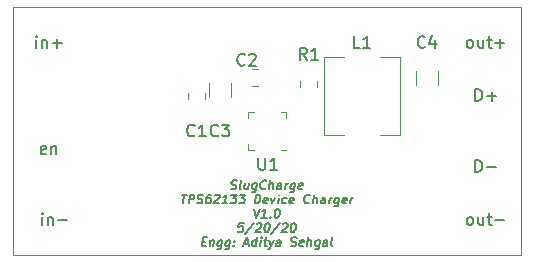
<source format=gbr>
%TF.GenerationSoftware,KiCad,Pcbnew,(5.99.0-1662-g9db296991)*%
%TF.CreationDate,2020-05-29T20:42:40+05:30*%
%TF.ProjectId,TPS62133,54505336-3231-4333-932e-6b696361645f,rev?*%
%TF.SameCoordinates,Original*%
%TF.FileFunction,Legend,Top*%
%TF.FilePolarity,Positive*%
%FSLAX46Y46*%
G04 Gerber Fmt 4.6, Leading zero omitted, Abs format (unit mm)*
G04 Created by KiCad (PCBNEW (5.99.0-1662-g9db296991)) date 2020-05-29 20:42:40*
%MOMM*%
%LPD*%
G01*
G04 APERTURE LIST*
%ADD10C,0.150000*%
%ADD11C,0.120000*%
G04 APERTURE END LIST*
D10*
X28897745Y-25888571D02*
X29000424Y-25924285D01*
X29178995Y-25924285D01*
X29254888Y-25888571D01*
X29295066Y-25852857D01*
X29339709Y-25781428D01*
X29348638Y-25710000D01*
X29321852Y-25638571D01*
X29290602Y-25602857D01*
X29223638Y-25567142D01*
X29085245Y-25531428D01*
X29018281Y-25495714D01*
X28987031Y-25460000D01*
X28960245Y-25388571D01*
X28969174Y-25317142D01*
X29013816Y-25245714D01*
X29053995Y-25210000D01*
X29129888Y-25174285D01*
X29308459Y-25174285D01*
X29411138Y-25210000D01*
X29750424Y-25924285D02*
X29683459Y-25888571D01*
X29656674Y-25817142D01*
X29737031Y-25174285D01*
X30420066Y-25424285D02*
X30357566Y-25924285D01*
X30098638Y-25424285D02*
X30049531Y-25817142D01*
X30076316Y-25888571D01*
X30143281Y-25924285D01*
X30250424Y-25924285D01*
X30326316Y-25888571D01*
X30366495Y-25852857D01*
X31098638Y-25424285D02*
X31022745Y-26031428D01*
X30978102Y-26102857D01*
X30937924Y-26138571D01*
X30862031Y-26174285D01*
X30754888Y-26174285D01*
X30687924Y-26138571D01*
X31040602Y-25888571D02*
X30964709Y-25924285D01*
X30821852Y-25924285D01*
X30754888Y-25888571D01*
X30723638Y-25852857D01*
X30696852Y-25781428D01*
X30723638Y-25567142D01*
X30768281Y-25495714D01*
X30808459Y-25460000D01*
X30884352Y-25424285D01*
X31027209Y-25424285D01*
X31094174Y-25460000D01*
X31830781Y-25852857D02*
X31790602Y-25888571D01*
X31678995Y-25924285D01*
X31607566Y-25924285D01*
X31504888Y-25888571D01*
X31442388Y-25817142D01*
X31415602Y-25745714D01*
X31397745Y-25602857D01*
X31411138Y-25495714D01*
X31464709Y-25352857D01*
X31509352Y-25281428D01*
X31589709Y-25210000D01*
X31701316Y-25174285D01*
X31772745Y-25174285D01*
X31875424Y-25210000D01*
X31906674Y-25245714D01*
X32143281Y-25924285D02*
X32237031Y-25174285D01*
X32464709Y-25924285D02*
X32513816Y-25531428D01*
X32487031Y-25460000D01*
X32420066Y-25424285D01*
X32312924Y-25424285D01*
X32237031Y-25460000D01*
X32196852Y-25495714D01*
X33143281Y-25924285D02*
X33192388Y-25531428D01*
X33165602Y-25460000D01*
X33098638Y-25424285D01*
X32955781Y-25424285D01*
X32879888Y-25460000D01*
X33147745Y-25888571D02*
X33071852Y-25924285D01*
X32893281Y-25924285D01*
X32826316Y-25888571D01*
X32799531Y-25817142D01*
X32808459Y-25745714D01*
X32853102Y-25674285D01*
X32928995Y-25638571D01*
X33107566Y-25638571D01*
X33183459Y-25602857D01*
X33500424Y-25924285D02*
X33562924Y-25424285D01*
X33545066Y-25567142D02*
X33589709Y-25495714D01*
X33629888Y-25460000D01*
X33705781Y-25424285D01*
X33777209Y-25424285D01*
X34348638Y-25424285D02*
X34272745Y-26031428D01*
X34228102Y-26102857D01*
X34187924Y-26138571D01*
X34112031Y-26174285D01*
X34004888Y-26174285D01*
X33937924Y-26138571D01*
X34290602Y-25888571D02*
X34214709Y-25924285D01*
X34071852Y-25924285D01*
X34004888Y-25888571D01*
X33973638Y-25852857D01*
X33946852Y-25781428D01*
X33973638Y-25567142D01*
X34018281Y-25495714D01*
X34058459Y-25460000D01*
X34134352Y-25424285D01*
X34277209Y-25424285D01*
X34344174Y-25460000D01*
X34933459Y-25888571D02*
X34857566Y-25924285D01*
X34714709Y-25924285D01*
X34647745Y-25888571D01*
X34620959Y-25817142D01*
X34656674Y-25531428D01*
X34701316Y-25460000D01*
X34777209Y-25424285D01*
X34920066Y-25424285D01*
X34987031Y-25460000D01*
X35013816Y-25531428D01*
X35004888Y-25602857D01*
X34638816Y-25674285D01*
X24737031Y-26381785D02*
X25165602Y-26381785D01*
X24857566Y-27131785D02*
X24951316Y-26381785D01*
X25321852Y-27131785D02*
X25415602Y-26381785D01*
X25701316Y-26381785D01*
X25768281Y-26417500D01*
X25799531Y-26453214D01*
X25826316Y-26524642D01*
X25812924Y-26631785D01*
X25768281Y-26703214D01*
X25728102Y-26738928D01*
X25652209Y-26774642D01*
X25366495Y-26774642D01*
X26040602Y-27096071D02*
X26143281Y-27131785D01*
X26321852Y-27131785D01*
X26397745Y-27096071D01*
X26437924Y-27060357D01*
X26482566Y-26988928D01*
X26491495Y-26917500D01*
X26464709Y-26846071D01*
X26433459Y-26810357D01*
X26366495Y-26774642D01*
X26228102Y-26738928D01*
X26161138Y-26703214D01*
X26129888Y-26667500D01*
X26103102Y-26596071D01*
X26112031Y-26524642D01*
X26156674Y-26453214D01*
X26196852Y-26417500D01*
X26272745Y-26381785D01*
X26451316Y-26381785D01*
X26553995Y-26417500D01*
X27201316Y-26381785D02*
X27058459Y-26381785D01*
X26982566Y-26417500D01*
X26942388Y-26453214D01*
X26857566Y-26560357D01*
X26803995Y-26703214D01*
X26768281Y-26988928D01*
X26795066Y-27060357D01*
X26826316Y-27096071D01*
X26893281Y-27131785D01*
X27036138Y-27131785D01*
X27112031Y-27096071D01*
X27152209Y-27060357D01*
X27196852Y-26988928D01*
X27219174Y-26810357D01*
X27192388Y-26738928D01*
X27161138Y-26703214D01*
X27094174Y-26667500D01*
X26951316Y-26667500D01*
X26875424Y-26703214D01*
X26835245Y-26738928D01*
X26790602Y-26810357D01*
X27549531Y-26453214D02*
X27589709Y-26417500D01*
X27665602Y-26381785D01*
X27844174Y-26381785D01*
X27911138Y-26417500D01*
X27942388Y-26453214D01*
X27969174Y-26524642D01*
X27960245Y-26596071D01*
X27911138Y-26703214D01*
X27428995Y-27131785D01*
X27893281Y-27131785D01*
X28607566Y-27131785D02*
X28178995Y-27131785D01*
X28393281Y-27131785D02*
X28487031Y-26381785D01*
X28402209Y-26488928D01*
X28321852Y-26560357D01*
X28245959Y-26596071D01*
X28951316Y-26381785D02*
X29415602Y-26381785D01*
X29129888Y-26667500D01*
X29237031Y-26667500D01*
X29303995Y-26703214D01*
X29335245Y-26738928D01*
X29362031Y-26810357D01*
X29339709Y-26988928D01*
X29295066Y-27060357D01*
X29254888Y-27096071D01*
X29178995Y-27131785D01*
X28964709Y-27131785D01*
X28897745Y-27096071D01*
X28866495Y-27060357D01*
X29665602Y-26381785D02*
X30129888Y-26381785D01*
X29844174Y-26667500D01*
X29951316Y-26667500D01*
X30018281Y-26703214D01*
X30049531Y-26738928D01*
X30076316Y-26810357D01*
X30053995Y-26988928D01*
X30009352Y-27060357D01*
X29969174Y-27096071D01*
X29893281Y-27131785D01*
X29678995Y-27131785D01*
X29612031Y-27096071D01*
X29580781Y-27060357D01*
X30928995Y-27131785D02*
X31022745Y-26381785D01*
X31201316Y-26381785D01*
X31303995Y-26417500D01*
X31366495Y-26488928D01*
X31393281Y-26560357D01*
X31411138Y-26703214D01*
X31397745Y-26810357D01*
X31344174Y-26953214D01*
X31299531Y-27024642D01*
X31219174Y-27096071D01*
X31107566Y-27131785D01*
X30928995Y-27131785D01*
X31969174Y-27096071D02*
X31893281Y-27131785D01*
X31750424Y-27131785D01*
X31683459Y-27096071D01*
X31656674Y-27024642D01*
X31692388Y-26738928D01*
X31737031Y-26667500D01*
X31812924Y-26631785D01*
X31955781Y-26631785D01*
X32022745Y-26667500D01*
X32049531Y-26738928D01*
X32040602Y-26810357D01*
X31674531Y-26881785D01*
X32312924Y-26631785D02*
X32428995Y-27131785D01*
X32670066Y-26631785D01*
X32893281Y-27131785D02*
X32955781Y-26631785D01*
X32987031Y-26381785D02*
X32946852Y-26417500D01*
X32978102Y-26453214D01*
X33018281Y-26417500D01*
X32987031Y-26381785D01*
X32978102Y-26453214D01*
X33576316Y-27096071D02*
X33500424Y-27131785D01*
X33357566Y-27131785D01*
X33290602Y-27096071D01*
X33259352Y-27060357D01*
X33232566Y-26988928D01*
X33259352Y-26774642D01*
X33303995Y-26703214D01*
X33344174Y-26667500D01*
X33420066Y-26631785D01*
X33562924Y-26631785D01*
X33629888Y-26667500D01*
X34183459Y-27096071D02*
X34107566Y-27131785D01*
X33964709Y-27131785D01*
X33897745Y-27096071D01*
X33870959Y-27024642D01*
X33906674Y-26738928D01*
X33951316Y-26667500D01*
X34027209Y-26631785D01*
X34170066Y-26631785D01*
X34237031Y-26667500D01*
X34263816Y-26738928D01*
X34254888Y-26810357D01*
X33888816Y-26881785D01*
X35545066Y-27060357D02*
X35504888Y-27096071D01*
X35393281Y-27131785D01*
X35321852Y-27131785D01*
X35219174Y-27096071D01*
X35156674Y-27024642D01*
X35129888Y-26953214D01*
X35112031Y-26810357D01*
X35125424Y-26703214D01*
X35178995Y-26560357D01*
X35223638Y-26488928D01*
X35303995Y-26417500D01*
X35415602Y-26381785D01*
X35487031Y-26381785D01*
X35589709Y-26417500D01*
X35620959Y-26453214D01*
X35857566Y-27131785D02*
X35951316Y-26381785D01*
X36178995Y-27131785D02*
X36228102Y-26738928D01*
X36201316Y-26667500D01*
X36134352Y-26631785D01*
X36027209Y-26631785D01*
X35951316Y-26667500D01*
X35911138Y-26703214D01*
X36857566Y-27131785D02*
X36906674Y-26738928D01*
X36879888Y-26667500D01*
X36812924Y-26631785D01*
X36670066Y-26631785D01*
X36594174Y-26667500D01*
X36862031Y-27096071D02*
X36786138Y-27131785D01*
X36607566Y-27131785D01*
X36540602Y-27096071D01*
X36513816Y-27024642D01*
X36522745Y-26953214D01*
X36567388Y-26881785D01*
X36643281Y-26846071D01*
X36821852Y-26846071D01*
X36897745Y-26810357D01*
X37214709Y-27131785D02*
X37277209Y-26631785D01*
X37259352Y-26774642D02*
X37303995Y-26703214D01*
X37344174Y-26667500D01*
X37420066Y-26631785D01*
X37491495Y-26631785D01*
X38062924Y-26631785D02*
X37987031Y-27238928D01*
X37942388Y-27310357D01*
X37902209Y-27346071D01*
X37826316Y-27381785D01*
X37719174Y-27381785D01*
X37652209Y-27346071D01*
X38004888Y-27096071D02*
X37928995Y-27131785D01*
X37786138Y-27131785D01*
X37719174Y-27096071D01*
X37687924Y-27060357D01*
X37661138Y-26988928D01*
X37687924Y-26774642D01*
X37732566Y-26703214D01*
X37772745Y-26667500D01*
X37848638Y-26631785D01*
X37991495Y-26631785D01*
X38058459Y-26667500D01*
X38647745Y-27096071D02*
X38571852Y-27131785D01*
X38428995Y-27131785D01*
X38362031Y-27096071D01*
X38335245Y-27024642D01*
X38370959Y-26738928D01*
X38415602Y-26667500D01*
X38491495Y-26631785D01*
X38634352Y-26631785D01*
X38701316Y-26667500D01*
X38728102Y-26738928D01*
X38719174Y-26810357D01*
X38353102Y-26881785D01*
X39000424Y-27131785D02*
X39062924Y-26631785D01*
X39045066Y-26774642D02*
X39089709Y-26703214D01*
X39129888Y-26667500D01*
X39205781Y-26631785D01*
X39277209Y-26631785D01*
X30879888Y-27589285D02*
X31036138Y-28339285D01*
X31379888Y-27589285D01*
X31928995Y-28339285D02*
X31500424Y-28339285D01*
X31714709Y-28339285D02*
X31808459Y-27589285D01*
X31723638Y-27696428D01*
X31643281Y-27767857D01*
X31567388Y-27803571D01*
X32259352Y-28267857D02*
X32290602Y-28303571D01*
X32250424Y-28339285D01*
X32219174Y-28303571D01*
X32259352Y-28267857D01*
X32250424Y-28339285D01*
X32844174Y-27589285D02*
X32915602Y-27589285D01*
X32982566Y-27625000D01*
X33013816Y-27660714D01*
X33040602Y-27732142D01*
X33058459Y-27875000D01*
X33036138Y-28053571D01*
X32982566Y-28196428D01*
X32937924Y-28267857D01*
X32897745Y-28303571D01*
X32821852Y-28339285D01*
X32750424Y-28339285D01*
X32683459Y-28303571D01*
X32652209Y-28267857D01*
X32625424Y-28196428D01*
X32607566Y-28053571D01*
X32629888Y-27875000D01*
X32683459Y-27732142D01*
X32728102Y-27660714D01*
X32768281Y-27625000D01*
X32844174Y-27589285D01*
X29987031Y-28796785D02*
X29629888Y-28796785D01*
X29549531Y-29153928D01*
X29589709Y-29118214D01*
X29665602Y-29082500D01*
X29844174Y-29082500D01*
X29911138Y-29118214D01*
X29942388Y-29153928D01*
X29969174Y-29225357D01*
X29946852Y-29403928D01*
X29902209Y-29475357D01*
X29862031Y-29511071D01*
X29786138Y-29546785D01*
X29607566Y-29546785D01*
X29540602Y-29511071D01*
X29509352Y-29475357D01*
X30884352Y-28761071D02*
X30120959Y-29725357D01*
X31085245Y-28868214D02*
X31125424Y-28832500D01*
X31201316Y-28796785D01*
X31379888Y-28796785D01*
X31446852Y-28832500D01*
X31478102Y-28868214D01*
X31504888Y-28939642D01*
X31495959Y-29011071D01*
X31446852Y-29118214D01*
X30964709Y-29546785D01*
X31428995Y-29546785D01*
X31987031Y-28796785D02*
X32058459Y-28796785D01*
X32125424Y-28832500D01*
X32156674Y-28868214D01*
X32183459Y-28939642D01*
X32201316Y-29082500D01*
X32178995Y-29261071D01*
X32125424Y-29403928D01*
X32080781Y-29475357D01*
X32040602Y-29511071D01*
X31964709Y-29546785D01*
X31893281Y-29546785D01*
X31826316Y-29511071D01*
X31795066Y-29475357D01*
X31768281Y-29403928D01*
X31750424Y-29261071D01*
X31772745Y-29082500D01*
X31826316Y-28939642D01*
X31870959Y-28868214D01*
X31911138Y-28832500D01*
X31987031Y-28796785D01*
X33098638Y-28761071D02*
X32335245Y-29725357D01*
X33299531Y-28868214D02*
X33339709Y-28832500D01*
X33415602Y-28796785D01*
X33594174Y-28796785D01*
X33661138Y-28832500D01*
X33692388Y-28868214D01*
X33719174Y-28939642D01*
X33710245Y-29011071D01*
X33661138Y-29118214D01*
X33178995Y-29546785D01*
X33643281Y-29546785D01*
X34201316Y-28796785D02*
X34272745Y-28796785D01*
X34339709Y-28832500D01*
X34370959Y-28868214D01*
X34397745Y-28939642D01*
X34415602Y-29082500D01*
X34393281Y-29261071D01*
X34339709Y-29403928D01*
X34295066Y-29475357D01*
X34254888Y-29511071D01*
X34178995Y-29546785D01*
X34107566Y-29546785D01*
X34040602Y-29511071D01*
X34009352Y-29475357D01*
X33982566Y-29403928D01*
X33964709Y-29261071D01*
X33987031Y-29082500D01*
X34040602Y-28939642D01*
X34085245Y-28868214D01*
X34125424Y-28832500D01*
X34201316Y-28796785D01*
X26478102Y-30361428D02*
X26728102Y-30361428D01*
X26786138Y-30754285D02*
X26428995Y-30754285D01*
X26522745Y-30004285D01*
X26879888Y-30004285D01*
X27170066Y-30254285D02*
X27107566Y-30754285D01*
X27161138Y-30325714D02*
X27201316Y-30290000D01*
X27277209Y-30254285D01*
X27384352Y-30254285D01*
X27451316Y-30290000D01*
X27478102Y-30361428D01*
X27428995Y-30754285D01*
X28170066Y-30254285D02*
X28094174Y-30861428D01*
X28049531Y-30932857D01*
X28009352Y-30968571D01*
X27933459Y-31004285D01*
X27826316Y-31004285D01*
X27759352Y-30968571D01*
X28112031Y-30718571D02*
X28036138Y-30754285D01*
X27893281Y-30754285D01*
X27826316Y-30718571D01*
X27795066Y-30682857D01*
X27768281Y-30611428D01*
X27795066Y-30397142D01*
X27839709Y-30325714D01*
X27879888Y-30290000D01*
X27955781Y-30254285D01*
X28098638Y-30254285D01*
X28165602Y-30290000D01*
X28848638Y-30254285D02*
X28772745Y-30861428D01*
X28728102Y-30932857D01*
X28687924Y-30968571D01*
X28612031Y-31004285D01*
X28504888Y-31004285D01*
X28437924Y-30968571D01*
X28790602Y-30718571D02*
X28714709Y-30754285D01*
X28571852Y-30754285D01*
X28504888Y-30718571D01*
X28473638Y-30682857D01*
X28446852Y-30611428D01*
X28473638Y-30397142D01*
X28518281Y-30325714D01*
X28558459Y-30290000D01*
X28634352Y-30254285D01*
X28777209Y-30254285D01*
X28844174Y-30290000D01*
X29152209Y-30682857D02*
X29183459Y-30718571D01*
X29143281Y-30754285D01*
X29112031Y-30718571D01*
X29152209Y-30682857D01*
X29143281Y-30754285D01*
X29201316Y-30290000D02*
X29232566Y-30325714D01*
X29192388Y-30361428D01*
X29161138Y-30325714D01*
X29201316Y-30290000D01*
X29192388Y-30361428D01*
X30062924Y-30540000D02*
X30420066Y-30540000D01*
X29964709Y-30754285D02*
X30308459Y-30004285D01*
X30464709Y-30754285D01*
X31036138Y-30754285D02*
X31129888Y-30004285D01*
X31040602Y-30718571D02*
X30964709Y-30754285D01*
X30821852Y-30754285D01*
X30754888Y-30718571D01*
X30723638Y-30682857D01*
X30696852Y-30611428D01*
X30723638Y-30397142D01*
X30768281Y-30325714D01*
X30808459Y-30290000D01*
X30884352Y-30254285D01*
X31027209Y-30254285D01*
X31094174Y-30290000D01*
X31393281Y-30754285D02*
X31455781Y-30254285D01*
X31487031Y-30004285D02*
X31446852Y-30040000D01*
X31478102Y-30075714D01*
X31518281Y-30040000D01*
X31487031Y-30004285D01*
X31478102Y-30075714D01*
X31705781Y-30254285D02*
X31991495Y-30254285D01*
X31844174Y-30004285D02*
X31763816Y-30647142D01*
X31790602Y-30718571D01*
X31857566Y-30754285D01*
X31928995Y-30754285D01*
X32170066Y-30254285D02*
X32286138Y-30754285D01*
X32527209Y-30254285D02*
X32286138Y-30754285D01*
X32192388Y-30932857D01*
X32152209Y-30968571D01*
X32076316Y-31004285D01*
X33071852Y-30754285D02*
X33120959Y-30361428D01*
X33094174Y-30290000D01*
X33027209Y-30254285D01*
X32884352Y-30254285D01*
X32808459Y-30290000D01*
X33076316Y-30718571D02*
X33000424Y-30754285D01*
X32821852Y-30754285D01*
X32754888Y-30718571D01*
X32728102Y-30647142D01*
X32737031Y-30575714D01*
X32781674Y-30504285D01*
X32857566Y-30468571D01*
X33036138Y-30468571D01*
X33112031Y-30432857D01*
X33969174Y-30718571D02*
X34071852Y-30754285D01*
X34250424Y-30754285D01*
X34326316Y-30718571D01*
X34366495Y-30682857D01*
X34411138Y-30611428D01*
X34420066Y-30540000D01*
X34393281Y-30468571D01*
X34362031Y-30432857D01*
X34295066Y-30397142D01*
X34156674Y-30361428D01*
X34089709Y-30325714D01*
X34058459Y-30290000D01*
X34031674Y-30218571D01*
X34040602Y-30147142D01*
X34085245Y-30075714D01*
X34125424Y-30040000D01*
X34201316Y-30004285D01*
X34379888Y-30004285D01*
X34482566Y-30040000D01*
X35004888Y-30718571D02*
X34928995Y-30754285D01*
X34786138Y-30754285D01*
X34719174Y-30718571D01*
X34692388Y-30647142D01*
X34728102Y-30361428D01*
X34772745Y-30290000D01*
X34848638Y-30254285D01*
X34991495Y-30254285D01*
X35058459Y-30290000D01*
X35085245Y-30361428D01*
X35076316Y-30432857D01*
X34710245Y-30504285D01*
X35357566Y-30754285D02*
X35451316Y-30004285D01*
X35678995Y-30754285D02*
X35728102Y-30361428D01*
X35701316Y-30290000D01*
X35634352Y-30254285D01*
X35527209Y-30254285D01*
X35451316Y-30290000D01*
X35411138Y-30325714D01*
X36420066Y-30254285D02*
X36344174Y-30861428D01*
X36299531Y-30932857D01*
X36259352Y-30968571D01*
X36183459Y-31004285D01*
X36076316Y-31004285D01*
X36009352Y-30968571D01*
X36362031Y-30718571D02*
X36286138Y-30754285D01*
X36143281Y-30754285D01*
X36076316Y-30718571D01*
X36045066Y-30682857D01*
X36018281Y-30611428D01*
X36045066Y-30397142D01*
X36089709Y-30325714D01*
X36129888Y-30290000D01*
X36205781Y-30254285D01*
X36348638Y-30254285D01*
X36415602Y-30290000D01*
X37036138Y-30754285D02*
X37085245Y-30361428D01*
X37058459Y-30290000D01*
X36991495Y-30254285D01*
X36848638Y-30254285D01*
X36772745Y-30290000D01*
X37040602Y-30718571D02*
X36964709Y-30754285D01*
X36786138Y-30754285D01*
X36719174Y-30718571D01*
X36692388Y-30647142D01*
X36701316Y-30575714D01*
X36745959Y-30504285D01*
X36821852Y-30468571D01*
X37000424Y-30468571D01*
X37076316Y-30432857D01*
X37500424Y-30754285D02*
X37433459Y-30718571D01*
X37406674Y-30647142D01*
X37487031Y-30004285D01*
%TO.C,DB1*%
X12428571Y-13952380D02*
X12428571Y-13285714D01*
X12428571Y-12952380D02*
X12380952Y-13000000D01*
X12428571Y-13047619D01*
X12476190Y-13000000D01*
X12428571Y-12952380D01*
X12428571Y-13047619D01*
X12904761Y-13285714D02*
X12904761Y-13952380D01*
X12904761Y-13380952D02*
X12952380Y-13333333D01*
X13047619Y-13285714D01*
X13190476Y-13285714D01*
X13285714Y-13333333D01*
X13333333Y-13428571D01*
X13333333Y-13952380D01*
X13809523Y-13571428D02*
X14571428Y-13571428D01*
X14190476Y-13952380D02*
X14190476Y-13190476D01*
X49619047Y-18452380D02*
X49619047Y-17452380D01*
X49857142Y-17452380D01*
X50000000Y-17500000D01*
X50095238Y-17595238D01*
X50142857Y-17690476D01*
X50190476Y-17880952D01*
X50190476Y-18023809D01*
X50142857Y-18214285D01*
X50095238Y-18309523D01*
X50000000Y-18404761D01*
X49857142Y-18452380D01*
X49619047Y-18452380D01*
X50619047Y-18071428D02*
X51380952Y-18071428D01*
X51000000Y-18452380D02*
X51000000Y-17690476D01*
X12928571Y-28952380D02*
X12928571Y-28285714D01*
X12928571Y-27952380D02*
X12880952Y-28000000D01*
X12928571Y-28047619D01*
X12976190Y-28000000D01*
X12928571Y-27952380D01*
X12928571Y-28047619D01*
X13404761Y-28285714D02*
X13404761Y-28952380D01*
X13404761Y-28380952D02*
X13452380Y-28333333D01*
X13547619Y-28285714D01*
X13690476Y-28285714D01*
X13785714Y-28333333D01*
X13833333Y-28428571D01*
X13833333Y-28952380D01*
X14309523Y-28571428D02*
X15071428Y-28571428D01*
X49619047Y-24452380D02*
X49619047Y-23452380D01*
X49857142Y-23452380D01*
X50000000Y-23500000D01*
X50095238Y-23595238D01*
X50142857Y-23690476D01*
X50190476Y-23880952D01*
X50190476Y-24023809D01*
X50142857Y-24214285D01*
X50095238Y-24309523D01*
X50000000Y-24404761D01*
X49857142Y-24452380D01*
X49619047Y-24452380D01*
X50619047Y-24071428D02*
X51380952Y-24071428D01*
X49071428Y-13952380D02*
X48976190Y-13904761D01*
X48928571Y-13857142D01*
X48880952Y-13761904D01*
X48880952Y-13476190D01*
X48928571Y-13380952D01*
X48976190Y-13333333D01*
X49071428Y-13285714D01*
X49214285Y-13285714D01*
X49309523Y-13333333D01*
X49357142Y-13380952D01*
X49404761Y-13476190D01*
X49404761Y-13761904D01*
X49357142Y-13857142D01*
X49309523Y-13904761D01*
X49214285Y-13952380D01*
X49071428Y-13952380D01*
X50261904Y-13285714D02*
X50261904Y-13952380D01*
X49833333Y-13285714D02*
X49833333Y-13809523D01*
X49880952Y-13904761D01*
X49976190Y-13952380D01*
X50119047Y-13952380D01*
X50214285Y-13904761D01*
X50261904Y-13857142D01*
X50595238Y-13285714D02*
X50976190Y-13285714D01*
X50738095Y-12952380D02*
X50738095Y-13809523D01*
X50785714Y-13904761D01*
X50880952Y-13952380D01*
X50976190Y-13952380D01*
X51309523Y-13571428D02*
X52071428Y-13571428D01*
X51690476Y-13952380D02*
X51690476Y-13190476D01*
X13238095Y-22904761D02*
X13142857Y-22952380D01*
X12952380Y-22952380D01*
X12857142Y-22904761D01*
X12809523Y-22809523D01*
X12809523Y-22428571D01*
X12857142Y-22333333D01*
X12952380Y-22285714D01*
X13142857Y-22285714D01*
X13238095Y-22333333D01*
X13285714Y-22428571D01*
X13285714Y-22523809D01*
X12809523Y-22619047D01*
X13714285Y-22285714D02*
X13714285Y-22952380D01*
X13714285Y-22380952D02*
X13761904Y-22333333D01*
X13857142Y-22285714D01*
X14000000Y-22285714D01*
X14095238Y-22333333D01*
X14142857Y-22428571D01*
X14142857Y-22952380D01*
X49071428Y-28952380D02*
X48976190Y-28904761D01*
X48928571Y-28857142D01*
X48880952Y-28761904D01*
X48880952Y-28476190D01*
X48928571Y-28380952D01*
X48976190Y-28333333D01*
X49071428Y-28285714D01*
X49214285Y-28285714D01*
X49309523Y-28333333D01*
X49357142Y-28380952D01*
X49404761Y-28476190D01*
X49404761Y-28761904D01*
X49357142Y-28857142D01*
X49309523Y-28904761D01*
X49214285Y-28952380D01*
X49071428Y-28952380D01*
X50261904Y-28285714D02*
X50261904Y-28952380D01*
X49833333Y-28285714D02*
X49833333Y-28809523D01*
X49880952Y-28904761D01*
X49976190Y-28952380D01*
X50119047Y-28952380D01*
X50214285Y-28904761D01*
X50261904Y-28857142D01*
X50595238Y-28285714D02*
X50976190Y-28285714D01*
X50738095Y-27952380D02*
X50738095Y-28809523D01*
X50785714Y-28904761D01*
X50880952Y-28952380D01*
X50976190Y-28952380D01*
X51309523Y-28571428D02*
X52071428Y-28571428D01*
%TO.C,C4*%
X45333333Y-13857142D02*
X45285714Y-13904761D01*
X45142857Y-13952380D01*
X45047619Y-13952380D01*
X44904761Y-13904761D01*
X44809523Y-13809523D01*
X44761904Y-13714285D01*
X44714285Y-13523809D01*
X44714285Y-13380952D01*
X44761904Y-13190476D01*
X44809523Y-13095238D01*
X44904761Y-13000000D01*
X45047619Y-12952380D01*
X45142857Y-12952380D01*
X45285714Y-13000000D01*
X45333333Y-13047619D01*
X46190476Y-13285714D02*
X46190476Y-13952380D01*
X45952380Y-12904761D02*
X45714285Y-13619047D01*
X46333333Y-13619047D01*
%TO.C,L1*%
X39833333Y-13952380D02*
X39357142Y-13952380D01*
X39357142Y-12952380D01*
X40690476Y-13952380D02*
X40119047Y-13952380D01*
X40404761Y-13952380D02*
X40404761Y-12952380D01*
X40309523Y-13095238D01*
X40214285Y-13190476D01*
X40119047Y-13238095D01*
%TO.C,U1*%
X31238095Y-23272380D02*
X31238095Y-24081904D01*
X31285714Y-24177142D01*
X31333333Y-24224761D01*
X31428571Y-24272380D01*
X31619047Y-24272380D01*
X31714285Y-24224761D01*
X31761904Y-24177142D01*
X31809523Y-24081904D01*
X31809523Y-23272380D01*
X32809523Y-24272380D02*
X32238095Y-24272380D01*
X32523809Y-24272380D02*
X32523809Y-23272380D01*
X32428571Y-23415238D01*
X32333333Y-23510476D01*
X32238095Y-23558095D01*
%TO.C,R1*%
X35333333Y-14952380D02*
X35000000Y-14476190D01*
X34761904Y-14952380D02*
X34761904Y-13952380D01*
X35142857Y-13952380D01*
X35238095Y-14000000D01*
X35285714Y-14047619D01*
X35333333Y-14142857D01*
X35333333Y-14285714D01*
X35285714Y-14380952D01*
X35238095Y-14428571D01*
X35142857Y-14476190D01*
X34761904Y-14476190D01*
X36285714Y-14952380D02*
X35714285Y-14952380D01*
X36000000Y-14952380D02*
X36000000Y-13952380D01*
X35904761Y-14095238D01*
X35809523Y-14190476D01*
X35714285Y-14238095D01*
%TO.C,C3*%
X27833333Y-21357142D02*
X27785714Y-21404761D01*
X27642857Y-21452380D01*
X27547619Y-21452380D01*
X27404761Y-21404761D01*
X27309523Y-21309523D01*
X27261904Y-21214285D01*
X27214285Y-21023809D01*
X27214285Y-20880952D01*
X27261904Y-20690476D01*
X27309523Y-20595238D01*
X27404761Y-20500000D01*
X27547619Y-20452380D01*
X27642857Y-20452380D01*
X27785714Y-20500000D01*
X27833333Y-20547619D01*
X28166666Y-20452380D02*
X28785714Y-20452380D01*
X28452380Y-20833333D01*
X28595238Y-20833333D01*
X28690476Y-20880952D01*
X28738095Y-20928571D01*
X28785714Y-21023809D01*
X28785714Y-21261904D01*
X28738095Y-21357142D01*
X28690476Y-21404761D01*
X28595238Y-21452380D01*
X28309523Y-21452380D01*
X28214285Y-21404761D01*
X28166666Y-21357142D01*
%TO.C,C2*%
X30083333Y-15357142D02*
X30035714Y-15404761D01*
X29892857Y-15452380D01*
X29797619Y-15452380D01*
X29654761Y-15404761D01*
X29559523Y-15309523D01*
X29511904Y-15214285D01*
X29464285Y-15023809D01*
X29464285Y-14880952D01*
X29511904Y-14690476D01*
X29559523Y-14595238D01*
X29654761Y-14500000D01*
X29797619Y-14452380D01*
X29892857Y-14452380D01*
X30035714Y-14500000D01*
X30083333Y-14547619D01*
X30464285Y-14547619D02*
X30511904Y-14500000D01*
X30607142Y-14452380D01*
X30845238Y-14452380D01*
X30940476Y-14500000D01*
X30988095Y-14547619D01*
X31035714Y-14642857D01*
X31035714Y-14738095D01*
X30988095Y-14880952D01*
X30416666Y-15452380D01*
X31035714Y-15452380D01*
%TO.C,C1*%
X25833333Y-21357142D02*
X25785714Y-21404761D01*
X25642857Y-21452380D01*
X25547619Y-21452380D01*
X25404761Y-21404761D01*
X25309523Y-21309523D01*
X25261904Y-21214285D01*
X25214285Y-21023809D01*
X25214285Y-20880952D01*
X25261904Y-20690476D01*
X25309523Y-20595238D01*
X25404761Y-20500000D01*
X25547619Y-20452380D01*
X25642857Y-20452380D01*
X25785714Y-20500000D01*
X25833333Y-20547619D01*
X26785714Y-21452380D02*
X26214285Y-21452380D01*
X26500000Y-21452380D02*
X26500000Y-20452380D01*
X26404761Y-20595238D01*
X26309523Y-20690476D01*
X26214285Y-20738095D01*
D11*
%TO.C,DB1*%
X53500000Y-10500000D02*
X53500000Y-31500000D01*
X10500000Y-31500000D02*
X10500000Y-10500000D01*
X53500000Y-31500000D02*
X10500000Y-31500000D01*
X10500000Y-10500000D02*
X53500000Y-10500000D01*
%TO.C,C4*%
X44590000Y-15897936D02*
X44590000Y-17102064D01*
X46410000Y-15897936D02*
X46410000Y-17102064D01*
%TO.C,L1*%
X36800000Y-14700000D02*
X38500000Y-14700000D01*
X36800000Y-21300000D02*
X36800000Y-14700000D01*
X38500000Y-21300000D02*
X36800000Y-21300000D01*
X43200000Y-21300000D02*
X41500000Y-21300000D01*
X43200000Y-14700000D02*
X43200000Y-21300000D01*
X41500000Y-14700000D02*
X43200000Y-14700000D01*
%TO.C,U1*%
X33135000Y-22610000D02*
X33610000Y-22610000D01*
X30390000Y-19390000D02*
X30390000Y-19865000D01*
X30865000Y-19390000D02*
X30390000Y-19390000D01*
X33610000Y-19390000D02*
X33610000Y-19865000D01*
X33135000Y-19390000D02*
X33610000Y-19390000D01*
X30390000Y-22610000D02*
X30390000Y-22135000D01*
X30865000Y-22610000D02*
X30390000Y-22610000D01*
%TO.C,R1*%
X36210000Y-17261252D02*
X36210000Y-16738748D01*
X34790000Y-17261252D02*
X34790000Y-16738748D01*
%TO.C,C3*%
X28910000Y-18114564D02*
X28910000Y-16910436D01*
X27090000Y-18114564D02*
X27090000Y-16910436D01*
%TO.C,C2*%
X30713748Y-17210000D02*
X31236252Y-17210000D01*
X30713748Y-15790000D02*
X31236252Y-15790000D01*
%TO.C,C1*%
X26710000Y-18261252D02*
X26710000Y-17738748D01*
X25290000Y-18261252D02*
X25290000Y-17738748D01*
%TD*%
M02*

</source>
